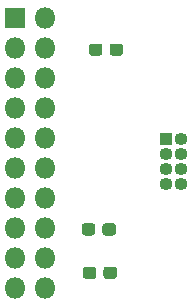
<source format=gbr>
%TF.GenerationSoftware,KiCad,Pcbnew,(5.1.6-0-10_14)*%
%TF.CreationDate,2022-05-20T12:20:58-05:00*%
%TF.ProjectId,programmer_adapter,70726f67-7261-46d6-9d65-725f61646170,rev?*%
%TF.SameCoordinates,Original*%
%TF.FileFunction,Soldermask,Top*%
%TF.FilePolarity,Negative*%
%FSLAX46Y46*%
G04 Gerber Fmt 4.6, Leading zero omitted, Abs format (unit mm)*
G04 Created by KiCad (PCBNEW (5.1.6-0-10_14)) date 2022-05-20 12:20:58*
%MOMM*%
%LPD*%
G01*
G04 APERTURE LIST*
%ADD10R,1.800000X1.800000*%
%ADD11O,1.800000X1.800000*%
%ADD12R,1.100000X1.100000*%
%ADD13O,1.100000X1.100000*%
G04 APERTURE END LIST*
D10*
X69230000Y-54530000D03*
D11*
X71770000Y-54530000D03*
X69230000Y-57070000D03*
X71770000Y-57070000D03*
X69230000Y-59610000D03*
X71770000Y-59610000D03*
X69230000Y-62150000D03*
X71770000Y-62150000D03*
X69230000Y-64690000D03*
X71770000Y-64690000D03*
X69230000Y-67230000D03*
X71770000Y-67230000D03*
X69230000Y-69770000D03*
X71770000Y-69770000D03*
X69230000Y-72310000D03*
X71770000Y-72310000D03*
X69230000Y-74850000D03*
X71770000Y-74850000D03*
X69230000Y-77390000D03*
X71770000Y-77390000D03*
D12*
X81991200Y-64795400D03*
D13*
X83261200Y-64795400D03*
X81991200Y-66065400D03*
X83261200Y-66065400D03*
X81991200Y-67335400D03*
X83261200Y-67335400D03*
X81991200Y-68605400D03*
X83261200Y-68605400D03*
G36*
G01*
X77853200Y-75835900D02*
X77853200Y-76360900D01*
G75*
G02*
X77590700Y-76623400I-262500J0D01*
G01*
X76965700Y-76623400D01*
G75*
G02*
X76703200Y-76360900I0J262500D01*
G01*
X76703200Y-75835900D01*
G75*
G02*
X76965700Y-75573400I262500J0D01*
G01*
X77590700Y-75573400D01*
G75*
G02*
X77853200Y-75835900I0J-262500D01*
G01*
G37*
G36*
G01*
X76103200Y-75835900D02*
X76103200Y-76360900D01*
G75*
G02*
X75840700Y-76623400I-262500J0D01*
G01*
X75215700Y-76623400D01*
G75*
G02*
X74953200Y-76360900I0J262500D01*
G01*
X74953200Y-75835900D01*
G75*
G02*
X75215700Y-75573400I262500J0D01*
G01*
X75840700Y-75573400D01*
G75*
G02*
X76103200Y-75835900I0J-262500D01*
G01*
G37*
G36*
G01*
X77220000Y-57472500D02*
X77220000Y-56947500D01*
G75*
G02*
X77482500Y-56685000I262500J0D01*
G01*
X78107500Y-56685000D01*
G75*
G02*
X78370000Y-56947500I0J-262500D01*
G01*
X78370000Y-57472500D01*
G75*
G02*
X78107500Y-57735000I-262500J0D01*
G01*
X77482500Y-57735000D01*
G75*
G02*
X77220000Y-57472500I0J262500D01*
G01*
G37*
G36*
G01*
X75470000Y-57472500D02*
X75470000Y-56947500D01*
G75*
G02*
X75732500Y-56685000I262500J0D01*
G01*
X76357500Y-56685000D01*
G75*
G02*
X76620000Y-56947500I0J-262500D01*
G01*
X76620000Y-57472500D01*
G75*
G02*
X76357500Y-57735000I-262500J0D01*
G01*
X75732500Y-57735000D01*
G75*
G02*
X75470000Y-57472500I0J262500D01*
G01*
G37*
G36*
G01*
X77765600Y-72152900D02*
X77765600Y-72677900D01*
G75*
G02*
X77503100Y-72940400I-262500J0D01*
G01*
X76878100Y-72940400D01*
G75*
G02*
X76615600Y-72677900I0J262500D01*
G01*
X76615600Y-72152900D01*
G75*
G02*
X76878100Y-71890400I262500J0D01*
G01*
X77503100Y-71890400D01*
G75*
G02*
X77765600Y-72152900I0J-262500D01*
G01*
G37*
G36*
G01*
X76015600Y-72152900D02*
X76015600Y-72677900D01*
G75*
G02*
X75753100Y-72940400I-262500J0D01*
G01*
X75128100Y-72940400D01*
G75*
G02*
X74865600Y-72677900I0J262500D01*
G01*
X74865600Y-72152900D01*
G75*
G02*
X75128100Y-71890400I262500J0D01*
G01*
X75753100Y-71890400D01*
G75*
G02*
X76015600Y-72152900I0J-262500D01*
G01*
G37*
M02*

</source>
